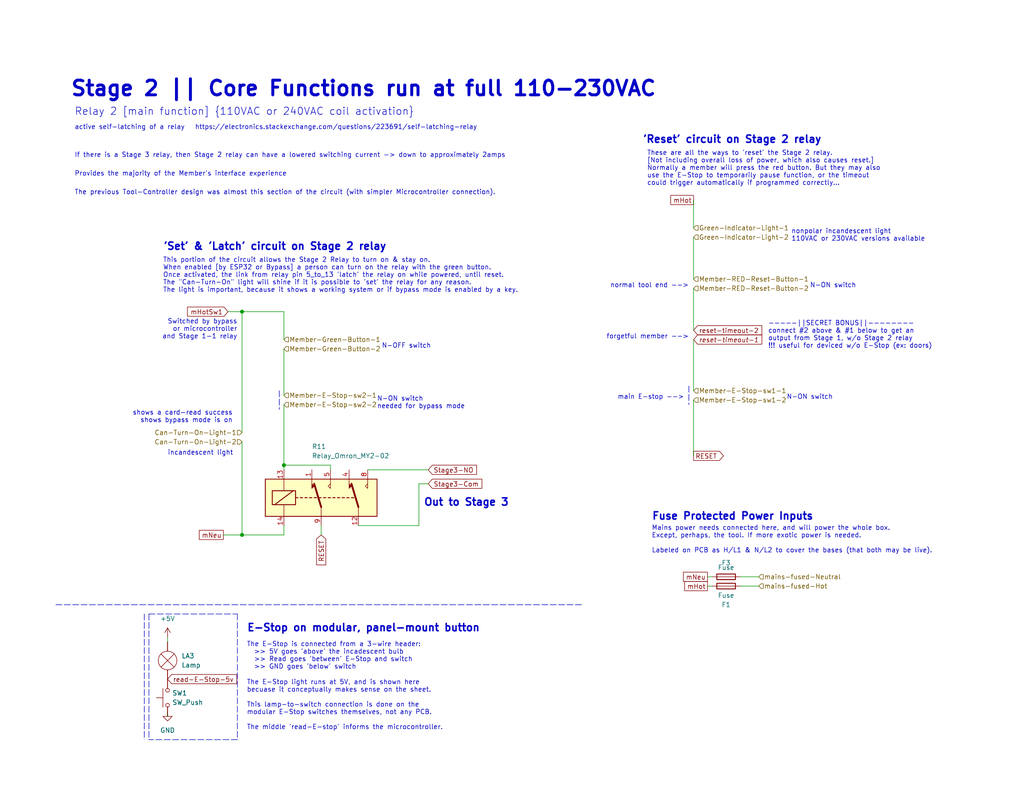
<source format=kicad_sch>
(kicad_sch (version 20211123) (generator eeschema)
  (paper "USLetter")
  (title_block (date "2022-07") (rev "v1") (company "MakeHaven - non-profit makerspace & Fab Lab in New Haven, CT, USA"))
  (lib_symbols
    (symbol "Device:Fuse" (pin_numbers hide) (pin_names (offset 0))
      (property "Reference" "F" (at 2.032 0 90))
      (property "Value" "Fuse" (at -1.905 0 90))
      (symbol "Fuse_0_1"
        (rectangle (start -0.762 -2.54) (end 0.762 2.54) (stroke (width 0.254)))
        (polyline (pts (xy 0 2.54) (xy 0 -2.54)))
      )
      (symbol "Fuse_1_1"
        (pin passive line (at 0 3.81 270) (length 1.27) (name "~") (number "1"))
        (pin passive line (at 0 -3.81 90) (length 1.27) (name "~") (number "2"))
      )
    )
    (symbol "Device:Lamp" (pin_numbers hide) (pin_names (offset 0.0254) hide)
      (property "Reference" "LA" (at 0.635 3.81 0))
      (property "Value" "Lamp" (at 0.635 -3.81 0))
      (symbol "Lamp_0_1"
        (polyline (pts (xy -1.778 1.778) (xy 1.778 -1.778)))
        (polyline (pts (xy 1.778 1.778) (xy -1.778 -1.778)))
        (circle (center 0 0) (radius 2.54))
      )
      (symbol "Lamp_1_1"
        (pin passive line (at 0 -5.08 90) (length 2.54) (name "-") (number "1"))
        (pin passive line (at 0 5.08 270) (length 2.54) (name "+") (number "2"))
      )
    )
    (symbol "Relay_Omron-MY2-02:Relay_Omron_MY2-02"
      (property "Reference" "R" (at 19.05 1.27 0))
      (property "Value" "Relay_Omron_MY2-02" (at 27.94 -1.27 0))
      (symbol "Relay_Omron_MY2-02_0_1"
        (rectangle (start -13.97 5.08) (end 16.51 -5.08) (stroke (width 0.254)) (fill (type background)))
        (rectangle (start -12.065 1.905) (end -5.715 -1.905) (stroke (width 0.254)))
        (polyline (pts (xy -11.43 -1.905) (xy -6.35 1.905)) (stroke (width 0.254)))
        (polyline (pts (xy -8.89 -5.08) (xy -8.89 -1.905)))
        (polyline (pts (xy -8.89 5.08) (xy -8.89 1.905)))
        (polyline (pts (xy -5.715 0) (xy -5.08 0)) (stroke (width 0.254)))
        (polyline (pts (xy -4.445 0) (xy -3.81 0)) (stroke (width 0.254)))
        (polyline (pts (xy -3.175 0) (xy -2.54 0)) (stroke (width 0.254)))
        (polyline (pts (xy -1.905 0) (xy -1.27 0)) (stroke (width 0.254)))
        (polyline (pts (xy -0.635 0) (xy 0 0)) (stroke (width 0.254)))
        (polyline (pts (xy 0.635 0) (xy 1.27 0)) (stroke (width 0.254)))
        (polyline (pts (xy 1.27 -2.54) (xy -0.635 3.81)) (stroke (width 0.508)))
        (polyline (pts (xy 1.27 -2.54) (xy 1.27 -5.08)))
        (polyline (pts (xy 1.905 0) (xy 2.54 0)) (stroke (width 0.254)))
        (polyline (pts (xy 3.175 0) (xy 3.81 0)) (stroke (width 0.254)))
        (polyline (pts (xy 4.445 0) (xy 5.08 0)) (stroke (width 0.254)))
        (polyline (pts (xy 5.715 0) (xy 6.35 0)) (stroke (width 0.254)))
        (polyline (pts (xy 6.985 0) (xy 7.62 0)) (stroke (width 0.254)))
        (polyline (pts (xy 8.255 0) (xy 8.89 0)) (stroke (width 0.254)))
        (polyline (pts (xy 9.525 0) (xy 10.16 0)) (stroke (width 0.254)))
        (polyline (pts (xy 11.43 -2.54) (xy 9.525 3.81)) (stroke (width 0.508)))
        (polyline (pts (xy 11.43 -2.54) (xy 11.43 -5.08)))
        (polyline (pts (xy -1.27 5.08) (xy -1.27 2.54) (xy -0.635 3.175) (xy -1.27 3.81)) (fill (type outline)))
        (polyline (pts (xy 3.81 5.08) (xy 3.81 2.54) (xy 3.175 3.175) (xy 3.81 3.81)))
        (polyline (pts (xy 8.89 5.08) (xy 8.89 2.54) (xy 9.525 3.175) (xy 8.89 3.81)) (fill (type outline)))
        (polyline (pts (xy 13.97 5.08) (xy 13.97 2.54) (xy 13.335 3.175) (xy 13.97 3.81)))
        (rectangle (start 1.27 12.7) (end 1.27 12.7))
      )
      (symbol "Relay_Omron_MY2-02_1_1"
        (pin bidirectional line (at -1.27 7.62 270) (length 2.54) (name "") (number "1"))
        (pin bidirectional line (at 11.43 -7.62 90) (length 2.54) (name "") (number "12"))
        (pin input line (at -8.89 7.62 270) (length 2.54) (name "") (number "13"))
        (pin input line (at -8.89 -7.62 90) (length 2.54) (name "") (number "14"))
        (pin bidirectional line (at 8.89 7.62 270) (length 2.54) (name "") (number "4"))
        (pin bidirectional line (at 3.81 7.62 270) (length 2.54) (name "") (number "5"))
        (pin bidirectional line (at 13.97 7.62 270) (length 2.54) (name "") (number "8"))
        (pin bidirectional line (at 1.27 -7.62 90) (length 2.54) (name "") (number "9"))
      )
    )
    (symbol "Switch:SW_Push" (pin_numbers hide) (pin_names (offset 1.016) hide)
      (property "Reference" "SW" (at 1.27 2.54 0))
      (property "Value" "SW_Push" (at 0 -1.524 0))
      (symbol "SW_Push_0_1"
        (circle (center -2.032 0) (radius 0.508))
        (polyline (pts (xy 0 1.27) (xy 0 3.048)))
        (polyline (pts (xy 2.54 1.27) (xy -2.54 1.27)))
        (circle (center 2.032 0) (radius 0.508))
        (pin passive line (at -5.08 0 0) (length 2.54) (name "1") (number "1"))
        (pin passive line (at 5.08 0 180) (length 2.54) (name "2") (number "2"))
      )
    )
    (symbol "power:+5V" (power) (pin_names (offset 0))
      (property "Value" "+5V" (at 0 3.556 0))
      (symbol "+5V_0_1"
        (polyline (pts (xy -0.762 1.27) (xy 0 2.54)))
        (polyline (pts (xy 0 0) (xy 0 2.54)))
        (polyline (pts (xy 0 2.54) (xy 0.762 1.27)))
      )
      (symbol "+5V_1_1"
        (pin power_in line (at 0 0 90) (length 0) hide (name "+5V") (number "1"))
      )
    )
    (symbol "power:GND" (power) (pin_names (offset 0))
      (property "Value" "GND" (at 0 -3.81 0))
      (symbol "GND_0_1"
        (polyline (pts (xy 0 0) (xy 0 -1.27) (xy 1.27 -1.27) (xy 0 -2.54) (xy -1.27 -1.27) (xy 0 -1.27)))
      )
      (symbol "GND_1_1"
        (pin power_in line (at 0 0 270) (length 0) hide (name "GND") (number "1"))
      )
    )
  )
  (junction (at 77.47 127))
  (junction (at 66.04 85.09))
  (junction (at 66.04 146.05))
  (wire (pts (xy 77.47 143.51) (xy 77.47 146.05)))
  (wire (pts (xy 77.47 127) (xy 77.47 128.27)))
  (wire (pts (xy 201.93 160.02) (xy 207.01 160.02)))
  (wire (pts (xy 77.47 110.49) (xy 77.47 127)))
  (polyline (pts (xy 39.37 167.64) (xy 39.37 201.93)))
  (polyline (pts (xy 76.2 106.68) (xy 76.2 111.76)))
  (polyline (pts (xy 40.64 167.64) (xy 64.77 167.64)))
  (wire (pts (xy 77.47 146.05) (xy 66.04 146.05)))
  (polyline (pts (xy 187.96 105.41) (xy 187.96 110.49)))
  (wire (pts (xy 90.17 127) (xy 77.47 127)))
  (wire (pts (xy 45.72 173.99) (xy 45.72 175.26)))
  (wire (pts (xy 90.17 128.27) (xy 90.17 127)))
  (wire (pts (xy 116.84 128.27) (xy 100.33 128.27)))
  (wire (pts (xy 77.47 92.71) (xy 77.47 85.09)))
  (wire (pts (xy 189.23 64.77) (xy 189.23 76.2)))
  (wire (pts (xy 87.63 146.05) (xy 87.63 143.51)))
  (wire (pts (xy 193.04 157.48) (xy 194.31 157.48)))
  (wire (pts (xy 66.04 85.09) (xy 66.04 118.11)))
  (wire (pts (xy 114.3 143.51) (xy 114.3 132.08)))
  (polyline (pts (xy 64.77 201.93) (xy 40.64 201.93)))
  (wire (pts (xy 62.23 85.09) (xy 66.04 85.09)))
  (wire (pts (xy 97.79 143.51) (xy 114.3 143.51)))
  (wire (pts (xy 45.72 195.58) (xy 45.72 194.31)))
  (polyline (pts (xy 64.77 167.64) (xy 64.77 201.93)))
  (wire (pts (xy 189.23 92.71) (xy 189.23 106.68)))
  (wire (pts (xy 66.04 120.65) (xy 66.04 146.05)))
  (wire (pts (xy 189.23 109.22) (xy 189.23 124.46)))
  (wire (pts (xy 77.47 85.09) (xy 66.04 85.09)))
  (wire (pts (xy 77.47 95.25) (xy 77.47 107.95)))
  (wire (pts (xy 193.04 160.02) (xy 194.31 160.02)))
  (wire (pts (xy 114.3 132.08) (xy 116.84 132.08)))
  (wire (pts (xy 189.23 54.61) (xy 189.23 62.23)))
  (polyline (pts (xy 40.64 167.64) (xy 40.64 201.93)))
  (wire (pts (xy 201.93 157.48) (xy 207.01 157.48)))
  (wire (pts (xy 60.96 146.05) (xy 66.04 146.05)))
  (polyline (pts (xy 15.24 165.1) (xy 158.75 165.1)))
  (wire (pts (xy 189.23 78.74) (xy 189.23 90.17)))
  (text "shows a card-read success\nshows bypass mode is on" (at 63.5 115.57 180) (effects (font (size 1.27 1.27)) (justify right bottom)))
  (text "'Set' & 'Latch' circuit on Stage 2 relay" (at 44.45 68.58 0) (effects (font (size 2 2) (thickness 0.4) bold) (justify left bottom)))
  (text "Out to Stage 3" (at 115.57 138.43 0) (effects (font (size 2 2) (thickness 0.4) bold) (justify left bottom)))
  (text "E-Stop on modular, panel-mount button" (at 67.31 172.72 0) (effects (font (size 2 2) bold) (justify left bottom)))
  (text "N-ON switch\nneeded for bypass mode" (at 102.87 111.76 0) (effects (font (size 1.27 1.27)) (justify left bottom)))
  (text "This portion of the circuit allows the Stage 2 Relay to turn on & stay on.\nWhen enabled [by ESP32 or Bypass] a person can turn on the relay with the green button.\nOnce activated, the link from relay pin 5_to_13 'latch' the relay on while powered, until reset.\nThe \"Can-Turn-On\" light will shine if it is possible to 'set' the relay for any reason.\nThe light is important, because it shows a working system or if bypass mode is enabled by a key." (at 44.45 80.01 0) (effects (font (size 1.27 1.27)) (justify left bottom)))
  (text "incandescent light" (at 45.72 124.46 0) (effects (font (size 1.27 1.27)) (justify left bottom)))
  (text "N-ON switch" (at 220.98 78.74 0) (effects (font (size 1.27 1.27)) (justify left bottom)))
  (text "The previous Tool-Controller design was almost this section of the circuit (with simpler Microcontroller connection)." (at 20.32 53.34 0) (effects (font (size 1.27 1.27)) (justify left bottom)))
  (text "-----||SECRET BONUS||--------\nconnect #2 above & #1 below to get an\noutput from Stage 1, w/o Stage 2 relay\n!!! useful for deviced w/o E-Stop (ex: doors)" (at 209.55 95.25 0) (effects (font (size 1.27 1.27)) (justify left bottom)))
  (text "Provides the majority of the Member's interface experience\n" (at 20.32 48.26 0) (effects (font (size 1.27 1.27)) (justify left bottom)))
  (text "N-ON switch" (at 214.63 109.22 0) (effects (font (size 1.27 1.27)) (justify left bottom)))
  (text "active self-latching of a relay   https://electronics.stackexchange.com/questions/223691/self-latching-relay" (at 20.32 35.56 0) (effects (font (size 1.27 1.27)) (justify left bottom)))
  (text "N-OFF switch" (at 104.14 95.25 0) (effects (font (size 1.27 1.27)) (justify left bottom)))
  (text "normal tool end -->" (at 187.96 78.74 180) (effects (font (size 1.27 1.27)) (justify right bottom)))
  (text "If there is a Stage 3 relay, then Stage 2 relay can have a lowered switching current -> down to approximately 2amps" (at 20.32 43.18 0) (effects (font (size 1.27 1.27)) (justify left bottom)))
  (text "These are all the ways to 'reset' the Stage 2 relay. \n[Not including overall loss of power, which also causes reset.]\nNormally a member will press the red button. But they may also \nuse the E-Stop to temporarily pause function, or the timeout \ncould trigger automatically if programmed correctly..." (at 176.53 50.8 0) (effects (font (size 1.27 1.27)) (justify left bottom)))
  (text "forgetful member -->" (at 187.96 92.71 180) (effects (font (size 1.27 1.27)) (justify right bottom)))
  (text "Mains power needs connected here, and will power the whole box.\nExcept, perhaps, the tool. If more exotic power is needed.\n\nLabeled on PCB as H/L1 & N/L2 to cover the bases (that both may be live)." (at 177.8 151.13 0) (effects (font (size 1.27 1.27)) (justify left bottom)))
  (text "The E-Stop is connected from a 3-wire header:\n  >> 5V goes 'above' the incadescent bulb\n  >> Read goes 'between' E-Stop and switch\n  >> GND goes 'below' switch" (at 67.31 182.88 0) (effects (font (size 1.27 1.27)) (justify left bottom)))
  (text "Relay 2 [main function] {110VAC or 240VAC coil activation} " (at 20.32 31.75 0) (effects (font (size 2 2)) (justify left bottom)))
  (text "'Reset' circuit on Stage 2 relay" (at 175.26 39.37 0) (effects (font (size 2 2) (thickness 0.4) bold) (justify left bottom)))
  (text "The E-Stop light runs at 5V, and is shown here\nbecuase it conceptually makes sense on the sheet.\n\nThis lamp-to-switch connection is done on the \nmodular E-Stop switches themselves, not any PCB. \n\nThe middle 'read-E-stop' informs the microcontroller." (at 67.31 199.39 0) (effects (font (size 1.27 1.27)) (justify left bottom)))
  (text "Switched by bypass\nor microcontroller\nand Stage 1-1 relay" (at 64.77 92.71 0) (effects (font (size 1.27 1.27)) (justify right bottom)))
  (text "main E-stop -->" (at 186.69 109.22 180) (effects (font (size 1.27 1.27)) (justify right bottom)))
  (text "Fuse Protected Power Inputs" (at 177.8 142.24 0) (effects (font (size 2 2) (thickness 0.4) bold) (justify left bottom)))
  (text "nonpolar incandescent light \n110VAC or 230VAC versions available" (at 215.9 66.04 0) (effects (font (size 1.27 1.27)) (justify left bottom)))
  (text "Stage 2 || Core Functions run at full 110-230VAC\n" (at 19.05 26.67 0) (effects (font (size 4 4) (thickness 0.8) bold) (justify left bottom)))
  (global_label "RESET" (shape output) (at 189.23 124.46 0) (property "Intersheet References" "${INTERSHEET_REFS}" (effects hide)))
  (global_label "Stage3-Com" (shape input) (at 116.84 132.08 0) (property "Intersheet References" "${INTERSHEET_REFS}" (effects hide)))
  (global_label "Stage3-NO" (shape input) (at 116.84 128.27 0) (property "Intersheet References" "${INTERSHEET_REFS}" (effects hide)))
  (global_label "reset-timeout-1" (shape input) (at 189.23 92.71 0) (effects (font italic)) (property "Intersheet References" "${INTERSHEET_REFS}" (effects hide)))
  (global_label "read-E-Stop-5v" (shape input) (at 45.72 185.42 0) (property "Intersheet References" "${INTERSHEET_REFS}" (effects hide)))
  (global_label "mHot" (shape passive) (at 189.23 54.61 180) (property "Intersheet References" "${INTERSHEET_REFS}" (effects hide)))
  (global_label "reset-timeout-2" (shape input) (at 189.23 90.17 0) (property "Intersheet References" "${INTERSHEET_REFS}" (effects hide)))
  (global_label "mNeu" (shape passive) (at 193.04 157.48 180) (property "Intersheet References" "${INTERSHEET_REFS}" (effects hide)))
  (global_label "mHotSw1" (shape input) (at 62.23 85.09 180) (property "Intersheet References" "${INTERSHEET_REFS}" (effects hide)))
  (global_label "mNeu" (shape passive) (at 60.96 146.05 180) (property "Intersheet References" "${INTERSHEET_REFS}" (effects hide)))
  (global_label "mHot" (shape passive) (at 193.04 160.02 180) (property "Intersheet References" "${INTERSHEET_REFS}" (effects hide)))
  (global_label "RESET" (shape input) (at 87.63 146.05 270) (property "Intersheet References" "${INTERSHEET_REFS}" (effects hide)))
  (hierarchical_label "Member-E-Stop-sw1-1" (shape input) (at 189.23 106.68 0))
  (hierarchical_label "Member-E-Stop-sw1-2" (shape input) (at 189.23 109.22 0))
  (hierarchical_label "Green-Indicator-Light-2" (shape input) (at 189.23 64.77 0))
  (hierarchical_label "Can-Turn-On-Light-2" (shape input) (at 66.04 120.65 180))
  (hierarchical_label "Member-Green-Button-2" (shape input) (at 77.47 95.25 0))
  (hierarchical_label "Member-Green-Button-1" (shape input) (at 77.47 92.71 0))
  (hierarchical_label "Green-Indicator-Light-1" (shape input) (at 189.23 62.23 0))
  (hierarchical_label "Member-E-Stop-sw2-2" (shape input) (at 77.47 110.49 0))
  (hierarchical_label "Member-RED-Reset-Button-2" (shape input) (at 189.23 78.74 0))
  (hierarchical_label "mains-fused-Hot" (shape input) (at 207.01 160.02 0))
  (hierarchical_label "Member-E-Stop-sw2-1" (shape input) (at 77.47 107.95 0))
  (hierarchical_label "Can-Turn-On-Light-1" (shape input) (at 66.04 118.11 180))
  (hierarchical_label "Member-RED-Reset-Button-1" (shape input) (at 189.23 76.2 0))
  (hierarchical_label "mains-fused-Neutral" (shape input) (at 207.01 157.48 0))
  (symbol (lib_id "Switch:SW_Push") (at 45.72 190.5 90) (unit 1)
    (property "Reference" "SW1" (at 46.99 189.2299 90) (effects (justify right)))
    (property "Value" "SW_Push" (at 46.99 191.7699 90) (effects (justify right)))
  )
  (symbol (lib_id "Device:Fuse") (at 198.12 160.02 90) (unit 1)
    (property "Reference" "F1" (at 198.12 165.1 90))
    (property "Value" "Fuse" (at 198.12 162.56 90))
    (property "Footprint" "Fuse:Fuseholder_Littelfuse_100_series_5x20mm" (effects hide))
  )
  (symbol (lib_id "power:GND") (at 45.72 194.31 0) (unit 1)
    (property "Reference" "#PWR0127" (effects hide))
    (property "Value" "GND" (at 45.72 199.39 0))
  )
  (symbol (lib_id "Device:Fuse") (at 198.12 157.48 90) (unit 1)
    (property "Reference" "F3" (at 198.12 153.67 90))
    (property "Value" "Fuse" (at 198.12 154.94 90))
    (property "Footprint" "Fuse:Fuseholder_Littelfuse_100_series_5x20mm" (effects hide))
  )
  (symbol (lib_id "Relay_Omron-MY2-02:Relay_Omron_MY2-02") (at 86.36 135.89 0) (unit 1)
    (property "Reference" "R11" (at 85.09 121.92 0) (effects (justify left)))
    (property "Value" "Relay_Omron_MY2-02" (at 85.09 124.46 0) (effects (justify left)))
    (property "Footprint" "relay_Omron-MY2-02:relay-Omron-MY2-02" (effects hide))
  )
  (symbol (lib_id "power:+5V") (at 45.72 173.99 0) (unit 1)
    (property "Reference" "#PWR0126" (effects hide))
    (property "Value" "+5V" (at 45.72 168.91 0))
  )
  (symbol (lib_id "Device:Lamp") (at 45.72 180.34 0) (unit 1)
    (property "Reference" "LA3" (at 49.53 179.0699 0) (effects (justify left)))
    (property "Value" "Lamp" (at 49.53 181.6099 0) (effects (justify left)))
  )
)
</source>
